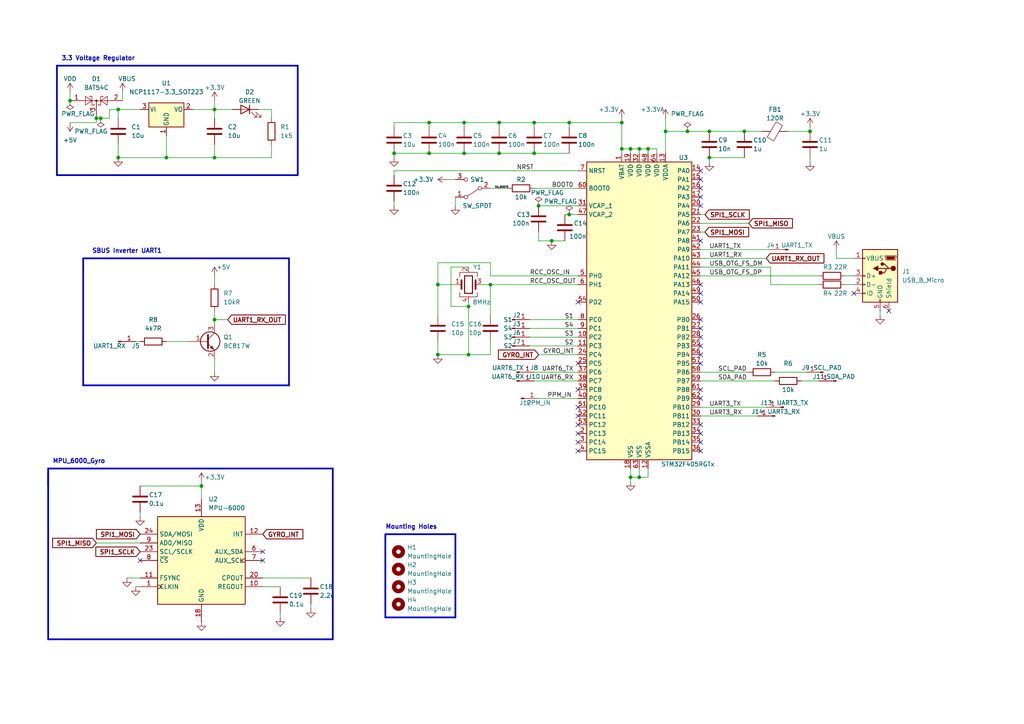
<source format=kicad_sch>
(kicad_sch (version 20211123) (generator eeschema)
  (paper "A4")
  (title_block (title "Flight Controller v1.0") (company "Andres Cruz") (comment 1 "My very first flight controller and PCB design"))
  (lib_symbols
    (symbol "Connector:Conn_01x01_Male" (pin_names (offset 1.016) hide)
      (property "Reference" "J" (at 0 2.54 0))
      (property "Value" "Conn_01x01_Male" (at 0 -2.54 0))
      (symbol "Conn_01x01_Male_1_1"
        (polyline (pts (xy 1.27 0) (xy 0.8636 0)) (stroke (width 0.1524)))
        (rectangle (start 0.8636 0.127) (end 0 -0.127) (stroke (width 0.1524)) (fill (type outline)))
        (pin passive line (at 5.08 0 180) (length 3.81) (name "Pin_1") (number "1"))
      )
    )
    (symbol "Connector:USB_B_Micro" (pin_names (offset 1.016))
      (property "Reference" "J" (at -5.08 11.43 0))
      (property "Value" "USB_B_Micro" (at -5.08 8.89 0))
      (symbol "USB_B_Micro_0_1"
        (rectangle (start -5.08 -7.62) (end 5.08 7.62) (stroke (width 0.254)) (fill (type background)))
        (circle (center -3.81 2.159) (radius 0.635) (stroke (width 0.254)) (fill (type outline)))
        (circle (center -0.635 3.429) (radius 0.381) (stroke (width 0.254)) (fill (type outline)))
        (rectangle (start -0.127 -7.62) (end 0.127 -6.858))
        (polyline (pts (xy -1.905 2.159) (xy 0.635 2.159)) (stroke (width 0.254)))
        (polyline (pts (xy -3.175 2.159) (xy -2.54 2.159) (xy -1.27 3.429) (xy -0.635 3.429)) (stroke (width 0.254)))
        (polyline (pts (xy -2.54 2.159) (xy -1.905 2.159) (xy -1.27 0.889) (xy 0 0.889)) (stroke (width 0.254)))
        (polyline (pts (xy 0.635 2.794) (xy 0.635 1.524) (xy 1.905 2.159) (xy 0.635 2.794)) (stroke (width 0.254)) (fill (type outline)))
        (polyline (pts (xy -4.318 5.588) (xy -1.778 5.588) (xy -2.032 4.826) (xy -4.064 4.826) (xy -4.318 5.588)) (fill (type outline)))
        (polyline (pts (xy -4.699 5.842) (xy -4.699 5.588) (xy -4.445 4.826) (xy -4.445 4.572) (xy -1.651 4.572) (xy -1.651 4.826) (xy -1.397 5.588) (xy -1.397 5.842) (xy -4.699 5.842)))
        (rectangle (start 0.254 1.27) (end -0.508 0.508) (stroke (width 0.254)) (fill (type outline)))
        (rectangle (start 5.08 -5.207) (end 4.318 -4.953))
        (rectangle (start 5.08 -2.667) (end 4.318 -2.413))
        (rectangle (start 5.08 -0.127) (end 4.318 0.127))
        (rectangle (start 5.08 4.953) (end 4.318 5.207))
      )
      (symbol "USB_B_Micro_1_1"
        (pin power_out line (at 7.62 5.08 180) (length 2.54) (name "VBUS") (number "1"))
        (pin bidirectional line (at 7.62 -2.54 180) (length 2.54) (name "D-") (number "2"))
        (pin bidirectional line (at 7.62 0 180) (length 2.54) (name "D+") (number "3"))
        (pin passive line (at 7.62 -5.08 180) (length 2.54) (name "ID") (number "4"))
        (pin power_out line (at 0 -10.16 90) (length 2.54) (name "GND") (number "5"))
        (pin passive line (at -2.54 -10.16 90) (length 2.54) (name "Shield") (number "6"))
      )
    )
    (symbol "Device:C" (pin_numbers hide) (pin_names (offset 0.254))
      (property "Reference" "C" (at 0.635 2.54 0))
      (property "Value" "C" (at 0.635 -2.54 0))
      (symbol "C_0_1"
        (polyline (pts (xy -2.032 -0.762) (xy 2.032 -0.762)) (stroke (width 0.508)))
        (polyline (pts (xy -2.032 0.762) (xy 2.032 0.762)) (stroke (width 0.508)))
      )
      (symbol "C_1_1"
        (pin passive line (at 0 3.81 270) (length 2.794) (name "~") (number "1"))
        (pin passive line (at 0 -3.81 90) (length 2.794) (name "~") (number "2"))
      )
    )
    (symbol "Device:Crystal_GND24" (pin_names (offset 1.016) hide)
      (property "Reference" "Y" (at 3.175 5.08 0))
      (property "Value" "Crystal_GND24" (at 3.175 3.175 0))
      (symbol "Crystal_GND24_0_1"
        (rectangle (start -1.143 2.54) (end 1.143 -2.54) (stroke (width 0.3048)))
        (polyline (pts (xy -2.54 0) (xy -2.032 0)))
        (polyline (pts (xy -2.032 -1.27) (xy -2.032 1.27)) (stroke (width 0.508)))
        (polyline (pts (xy 0 -3.81) (xy 0 -3.556)))
        (polyline (pts (xy 0 3.556) (xy 0 3.81)))
        (polyline (pts (xy 2.032 -1.27) (xy 2.032 1.27)) (stroke (width 0.508)))
        (polyline (pts (xy 2.032 0) (xy 2.54 0)))
        (polyline (pts (xy -2.54 -2.286) (xy -2.54 -3.556) (xy 2.54 -3.556) (xy 2.54 -2.286)))
        (polyline (pts (xy -2.54 2.286) (xy -2.54 3.556) (xy 2.54 3.556) (xy 2.54 2.286)))
      )
      (symbol "Crystal_GND24_1_1"
        (pin passive line (at -3.81 0 0) (length 1.27) (name "1") (number "1"))
        (pin passive line (at 0 5.08 270) (length 1.27) (name "2") (number "2"))
        (pin passive line (at 3.81 0 180) (length 1.27) (name "3") (number "3"))
        (pin passive line (at 0 -5.08 90) (length 1.27) (name "4") (number "4"))
      )
    )
    (symbol "Device:FerriteBead" (pin_numbers hide) (pin_names (offset 0))
      (property "Reference" "FB" (at -3.81 0.635 90))
      (property "Value" "FerriteBead" (at 3.81 0 90))
      (symbol "FerriteBead_0_1"
        (polyline (pts (xy 0 -1.27) (xy 0 -1.2192)))
        (polyline (pts (xy 0 1.27) (xy 0 1.2954)))
        (polyline (pts (xy -2.7686 0.4064) (xy -1.7018 2.2606) (xy 2.7686 -0.3048) (xy 1.6764 -2.159) (xy -2.7686 0.4064)))
      )
      (symbol "FerriteBead_1_1"
        (pin passive line (at 0 3.81 270) (length 2.54) (name "~") (number "1"))
        (pin passive line (at 0 -3.81 90) (length 2.54) (name "~") (number "2"))
      )
    )
    (symbol "Device:LED" (pin_numbers hide) (pin_names (offset 1.016) hide)
      (property "Reference" "D" (at 0 2.54 0))
      (property "Value" "LED" (at 0 -2.54 0))
      (symbol "LED_0_1"
        (polyline (pts (xy -1.27 -1.27) (xy -1.27 1.27)) (stroke (width 0.254)))
        (polyline (pts (xy -1.27 0) (xy 1.27 0)))
        (polyline (pts (xy 1.27 -1.27) (xy 1.27 1.27) (xy -1.27 0) (xy 1.27 -1.27)) (stroke (width 0.254)))
        (polyline (pts (xy -3.048 -0.762) (xy -4.572 -2.286) (xy -3.81 -2.286) (xy -4.572 -2.286) (xy -4.572 -1.524)))
        (polyline (pts (xy -1.778 -0.762) (xy -3.302 -2.286) (xy -2.54 -2.286) (xy -3.302 -2.286) (xy -3.302 -1.524)))
      )
      (symbol "LED_1_1"
        (pin passive line (at -3.81 0 0) (length 2.54) (name "K") (number "1"))
        (pin passive line (at 3.81 0 180) (length 2.54) (name "A") (number "2"))
      )
    )
    (symbol "Device:R" (pin_numbers hide) (pin_names (offset 0))
      (property "Reference" "R" (at 2.032 0 90))
      (property "Value" "R" (at 0 0 90))
      (symbol "R_0_1"
        (rectangle (start -1.016 -2.54) (end 1.016 2.54) (stroke (width 0.254)))
      )
      (symbol "R_1_1"
        (pin passive line (at 0 3.81 270) (length 1.27) (name "~") (number "1"))
        (pin passive line (at 0 -3.81 90) (length 1.27) (name "~") (number "2"))
      )
    )
    (symbol "Diode:BAT54C" (pin_names (offset 1.016))
      (property "Reference" "D" (at 0.635 -3.81 0))
      (property "Value" "BAT54C" (at -6.35 3.175 0))
      (symbol "BAT54C_0_1"
        (polyline (pts (xy -1.905 0) (xy 1.905 0)))
        (polyline (pts (xy -1.905 1.27) (xy -1.905 1.016)))
        (polyline (pts (xy -1.27 -1.27) (xy -0.635 -1.27)))
        (polyline (pts (xy -1.27 0) (xy -3.81 0)))
        (polyline (pts (xy -1.27 1.27) (xy -1.905 1.27)))
        (polyline (pts (xy -1.27 1.27) (xy -1.27 -1.27)))
        (polyline (pts (xy -0.635 -1.27) (xy -0.635 -1.016)))
        (polyline (pts (xy 0.635 -1.27) (xy 0.635 -1.016)))
        (polyline (pts (xy 1.27 -1.27) (xy 0.635 -1.27)))
        (polyline (pts (xy 1.27 1.27) (xy 1.27 -1.27)))
        (polyline (pts (xy 1.27 1.27) (xy 1.905 1.27)))
        (polyline (pts (xy 1.905 1.27) (xy 1.905 1.016)))
        (polyline (pts (xy 3.81 0) (xy 1.27 0)))
        (polyline (pts (xy -3.175 -1.27) (xy -3.175 1.27) (xy -1.27 0) (xy -3.175 -1.27)))
        (polyline (pts (xy 3.175 -1.27) (xy 3.175 1.27) (xy 1.27 0) (xy 3.175 -1.27)))
        (circle (center 0 0) (radius 0.254) (fill (type outline)))
      )
      (symbol "BAT54C_1_1"
        (pin passive line (at -7.62 0 0) (length 3.81) (name "~") (number "1"))
        (pin passive line (at 7.62 0 180) (length 3.81) (name "~") (number "2"))
        (pin passive line (at 0 -5.08 90) (length 5.08) (name "~") (number "3"))
      )
    )
    (symbol "MCU_ST_STM32F4:STM32F405RGTx"
      (property "Reference" "U" (at -15.24 44.45 0))
      (property "Value" "STM32F405RGTx" (at 10.16 44.45 0))
      (symbol "STM32F405RGTx_0_1"
        (rectangle (start -15.24 -43.18) (end 15.24 43.18) (stroke (width 0.254)) (fill (type background)))
      )
      (symbol "STM32F405RGTx_1_1"
        (pin power_in line (at -5.08 45.72 270) (length 2.54) (name "VBAT") (number "1"))
        (pin bidirectional line (at -17.78 -7.62 0) (length 2.54) (name "PC2") (number "10"))
        (pin bidirectional line (at -17.78 -10.16 0) (length 2.54) (name "PC3") (number "11"))
        (pin power_in line (at 2.54 -45.72 90) (length 2.54) (name "VSSA") (number "12"))
        (pin power_in line (at 7.62 45.72 270) (length 2.54) (name "VDDA") (number "13"))
        (pin bidirectional line (at 17.78 40.64 180) (length 2.54) (name "PA0") (number "14"))
        (pin bidirectional line (at 17.78 38.1 180) (length 2.54) (name "PA1") (number "15"))
        (pin bidirectional line (at 17.78 35.56 180) (length 2.54) (name "PA2") (number "16"))
        (pin bidirectional line (at 17.78 33.02 180) (length 2.54) (name "PA3") (number "17"))
        (pin power_in line (at -2.54 -45.72 90) (length 2.54) (name "VSS") (number "18"))
        (pin power_in line (at -2.54 45.72 270) (length 2.54) (name "VDD") (number "19"))
        (pin bidirectional line (at -17.78 -35.56 0) (length 2.54) (name "PC13") (number "2"))
        (pin bidirectional line (at 17.78 30.48 180) (length 2.54) (name "PA4") (number "20"))
        (pin bidirectional line (at 17.78 27.94 180) (length 2.54) (name "PA5") (number "21"))
        (pin bidirectional line (at 17.78 25.4 180) (length 2.54) (name "PA6") (number "22"))
        (pin bidirectional line (at 17.78 22.86 180) (length 2.54) (name "PA7") (number "23"))
        (pin bidirectional line (at -17.78 -12.7 0) (length 2.54) (name "PC4") (number "24"))
        (pin bidirectional line (at -17.78 -15.24 0) (length 2.54) (name "PC5") (number "25"))
        (pin bidirectional line (at 17.78 -2.54 180) (length 2.54) (name "PB0") (number "26"))
        (pin bidirectional line (at 17.78 -5.08 180) (length 2.54) (name "PB1") (number "27"))
        (pin bidirectional line (at 17.78 -7.62 180) (length 2.54) (name "PB2") (number "28"))
        (pin bidirectional line (at 17.78 -27.94 180) (length 2.54) (name "PB10") (number "29"))
        (pin bidirectional line (at -17.78 -38.1 0) (length 2.54) (name "PC14") (number "3"))
        (pin bidirectional line (at 17.78 -30.48 180) (length 2.54) (name "PB11") (number "30"))
        (pin power_in line (at -17.78 30.48 0) (length 2.54) (name "VCAP_1") (number "31"))
        (pin power_in line (at 0 45.72 270) (length 2.54) (name "VDD") (number "32"))
        (pin bidirectional line (at 17.78 -33.02 180) (length 2.54) (name "PB12") (number "33"))
        (pin bidirectional line (at 17.78 -35.56 180) (length 2.54) (name "PB13") (number "34"))
        (pin bidirectional line (at 17.78 -38.1 180) (length 2.54) (name "PB14") (number "35"))
        (pin bidirectional line (at 17.78 -40.64 180) (length 2.54) (name "PB15") (number "36"))
        (pin bidirectional line (at -17.78 -17.78 0) (length 2.54) (name "PC6") (number "37"))
        (pin bidirectional line (at -17.78 -20.32 0) (length 2.54) (name "PC7") (number "38"))
        (pin bidirectional line (at -17.78 -22.86 0) (length 2.54) (name "PC8") (number "39"))
        (pin bidirectional line (at -17.78 -40.64 0) (length 2.54) (name "PC15") (number "4"))
        (pin bidirectional line (at -17.78 -25.4 0) (length 2.54) (name "PC9") (number "40"))
        (pin bidirectional line (at 17.78 20.32 180) (length 2.54) (name "PA8") (number "41"))
        (pin bidirectional line (at 17.78 17.78 180) (length 2.54) (name "PA9") (number "42"))
        (pin bidirectional line (at 17.78 15.24 180) (length 2.54) (name "PA10") (number "43"))
        (pin bidirectional line (at 17.78 12.7 180) (length 2.54) (name "PA11") (number "44"))
        (pin bidirectional line (at 17.78 10.16 180) (length 2.54) (name "PA12") (number "45"))
        (pin bidirectional line (at 17.78 7.62 180) (length 2.54) (name "PA13") (number "46"))
        (pin power_in line (at -17.78 27.94 0) (length 2.54) (name "VCAP_2") (number "47"))
        (pin power_in line (at 2.54 45.72 270) (length 2.54) (name "VDD") (number "48"))
        (pin bidirectional line (at 17.78 5.08 180) (length 2.54) (name "PA14") (number "49"))
        (pin input line (at -17.78 10.16 0) (length 2.54) (name "PH0") (number "5"))
        (pin bidirectional line (at 17.78 2.54 180) (length 2.54) (name "PA15") (number "50"))
        (pin bidirectional line (at -17.78 -27.94 0) (length 2.54) (name "PC10") (number "51"))
        (pin bidirectional line (at -17.78 -30.48 0) (length 2.54) (name "PC11") (number "52"))
        (pin bidirectional line (at -17.78 -33.02 0) (length 2.54) (name "PC12") (number "53"))
        (pin bidirectional line (at -17.78 2.54 0) (length 2.54) (name "PD2") (number "54"))
        (pin bidirectional line (at 17.78 -10.16 180) (length 2.54) (name "PB3") (number "55"))
        (pin bidirectional line (at 17.78 -12.7 180) (length 2.54) (name "PB4") (number "56"))
        (pin bidirectional line (at 17.78 -15.24 180) (length 2.54) (name "PB5") (number "57"))
        (pin bidirectional line (at 17.78 -17.78 180) (length 2.54) (name "PB6") (number "58"))
        (pin bidirectional line (at 17.78 -20.32 180) (length 2.54) (name "PB7") (number "59"))
        (pin input line (at -17.78 7.62 0) (length 2.54) (name "PH1") (number "6"))
        (pin input line (at -17.78 35.56 0) (length 2.54) (name "BOOT0") (number "60"))
        (pin bidirectional line (at 17.78 -22.86 180) (length 2.54) (name "PB8") (number "61"))
        (pin bidirectional line (at 17.78 -25.4 180) (length 2.54) (name "PB9") (number "62"))
        (pin power_in line (at 0 -45.72 90) (length 2.54) (name "VSS") (number "63"))
        (pin power_in line (at 5.08 45.72 270) (length 2.54) (name "VDD") (number "64"))
        (pin input line (at -17.78 40.64 0) (length 2.54) (name "NRST") (number "7"))
        (pin bidirectional line (at -17.78 -2.54 0) (length 2.54) (name "PC0") (number "8"))
        (pin bidirectional line (at -17.78 -5.08 0) (length 2.54) (name "PC1") (number "9"))
      )
    )
    (symbol "Mechanical:MountingHole" (pin_names (offset 1.016))
      (property "Reference" "H" (at 0 5.08 0))
      (property "Value" "MountingHole" (at 0 3.175 0))
      (symbol "MountingHole_0_1"
        (circle (center 0 0) (radius 1.27) (stroke (width 1.27)))
      )
    )
    (symbol "Regulator_Linear:NCP1117-3.3_SOT223" (pin_names (offset 0.254))
      (property "Reference" "U" (at -3.81 3.175 0))
      (property "Value" "NCP1117-3.3_SOT223" (at 0 3.175 0))
      (symbol "NCP1117-3.3_SOT223_0_1"
        (rectangle (start -5.08 -5.08) (end 5.08 1.905) (stroke (width 0.254)) (fill (type background)))
      )
      (symbol "NCP1117-3.3_SOT223_1_1"
        (pin power_in line (at 0 -7.62 90) (length 2.54) (name "GND") (number "1"))
        (pin power_out line (at 7.62 0 180) (length 2.54) (name "VO") (number "2"))
        (pin power_in line (at -7.62 0 0) (length 2.54) (name "VI") (number "3"))
      )
    )
    (symbol "Sensor_Motion:MPU-6000"
      (property "Reference" "U" (at -11.43 13.97 0))
      (property "Value" "MPU-6000" (at 7.62 -13.97 0))
      (symbol "MPU-6000_0_1"
        (rectangle (start -12.7 12.7) (end 12.7 -12.7) (stroke (width 0.254)) (fill (type background)))
      )
      (symbol "MPU-6000_1_1"
        (pin input clock (at -17.78 -7.62 0) (length 5.08) (name "CLKIN") (number "1"))
        (pin passive line (at 17.78 -7.62 180) (length 5.08) (name "REGOUT") (number "10"))
        (pin input line (at -17.78 -5.08 0) (length 5.08) (name "FSYNC") (number "11"))
        (pin output line (at 17.78 7.62 180) (length 5.08) (name "INT") (number "12"))
        (pin power_in line (at 0 17.78 270) (length 5.08) (name "VDD") (number "13"))
        (pin power_in line (at 0 -17.78 90) (length 5.08) (name "GND") (number "18"))
        (pin passive line (at 17.78 -5.08 180) (length 5.08) (name "CPOUT") (number "20"))
        (pin input line (at -17.78 2.54 0) (length 5.08) (name "SCL/SCLK") (number "23"))
        (pin bidirectional line (at -17.78 7.62 0) (length 5.08) (name "SDA/MOSI") (number "24"))
        (pin bidirectional line (at 17.78 2.54 180) (length 5.08) (name "AUX_SDA") (number "6"))
        (pin output clock (at 17.78 0 180) (length 5.08) (name "AUX_SCL") (number "7"))
        (pin input line (at -17.78 0 0) (length 5.08) (name "~{CS}") (number "8"))
        (pin bidirectional line (at -17.78 5.08 0) (length 5.08) (name "AD0/MISO") (number "9"))
      )
    )
    (symbol "Switch:SW_SPDT" (pin_names (offset 0) hide)
      (property "Reference" "SW" (at 0 4.318 0))
      (property "Value" "SW_SPDT" (at 0 -5.08 0))
      (symbol "SW_SPDT_0_0"
        (circle (center -2.032 0) (radius 0.508))
        (circle (center 2.032 -2.54) (radius 0.508))
      )
      (symbol "SW_SPDT_0_1"
        (polyline (pts (xy -1.524 0.254) (xy 1.651 2.286)))
        (circle (center 2.032 2.54) (radius 0.508))
      )
      (symbol "SW_SPDT_1_1"
        (pin passive line (at 5.08 2.54 180) (length 2.54) (name "A") (number "1"))
        (pin passive line (at -5.08 0 0) (length 2.54) (name "B") (number "2"))
        (pin passive line (at 5.08 -2.54 180) (length 2.54) (name "C") (number "3"))
      )
    )
    (symbol "Transistor_BJT:BC817W" (pin_names (offset 0) hide)
      (property "Reference" "Q" (at 5.08 1.905 0))
      (property "Value" "BC817W" (at 5.08 0 0))
      (symbol "BC817W_0_1"
        (polyline (pts (xy 0.635 0.635) (xy 2.54 2.54)))
        (polyline (pts (xy 0.635 -0.635) (xy 2.54 -2.54) (xy 2.54 -2.54)))
        (polyline (pts (xy 0.635 1.905) (xy 0.635 -1.905) (xy 0.635 -1.905)) (stroke (width 0.508)))
        (polyline (pts (xy 1.27 -1.778) (xy 1.778 -1.27) (xy 2.286 -2.286) (xy 1.27 -1.778) (xy 1.27 -1.778)) (fill (type outline)))
        (circle (center 1.27 0) (radius 2.8194) (stroke (width 0.254)))
      )
      (symbol "BC817W_1_1"
        (pin input line (at -5.08 0 0) (length 5.715) (name "B") (number "1"))
        (pin passive line (at 2.54 -5.08 90) (length 2.54) (name "E") (number "2"))
        (pin passive line (at 2.54 5.08 270) (length 2.54) (name "C") (number "3"))
      )
    )
    (symbol "power:+3.3V" (power) (pin_names (offset 0))
      (property "Value" "+3.3V" (at 0 3.556 0))
      (symbol "+3.3V_0_1"
        (polyline (pts (xy -0.762 1.27) (xy 0 2.54)))
        (polyline (pts (xy 0 0) (xy 0 2.54)))
        (polyline (pts (xy 0 2.54) (xy 0.762 1.27)))
      )
      (symbol "+3.3V_1_1"
        (pin power_in line (at 0 0 90) (length 0) hide (name "+3.3V") (number "1"))
      )
    )
    (symbol "power:+3.3VA" (power) (pin_names (offset 0))
      (property "Value" "+3.3VA" (at 0 3.556 0))
      (symbol "+3.3VA_0_1"
        (polyline (pts (xy -0.762 1.27) (xy 0 2.54)))
        (polyline (pts (xy 0 0) (xy 0 2.54)))
        (polyline (pts (xy 0 2.54) (xy 0.762 1.27)))
      )
      (symbol "+3.3VA_1_1"
        (pin power_in line (at 0 0 90) (length 0) hide (name "+3.3VA") (number "1"))
      )
    )
    (symbol "power:+5V" (power) (pin_names (offset 0))
      (property "Value" "+5V" (at 0 3.556 0))
      (symbol "+5V_0_1"
        (polyline (pts (xy -0.762 1.27) (xy 0 2.54)))
        (polyline (pts (xy 0 0) (xy 0 2.54)))
        (polyline (pts (xy 0 2.54) (xy 0.762 1.27)))
      )
      (symbol "+5V_1_1"
        (pin power_in line (at 0 0 90) (length 0) hide (name "+5V") (number "1"))
      )
    )
    (symbol "power:GND" (power) (pin_names (offset 0))
      (property "Value" "GND" (at 0 -3.81 0))
      (symbol "GND_0_1"
        (polyline (pts (xy 0 0) (xy 0 -1.27) (xy 1.27 -1.27) (xy 0 -2.54) (xy -1.27 -1.27) (xy 0 -1.27)))
      )
      (symbol "GND_1_1"
        (pin power_in line (at 0 0 270) (length 0) hide (name "GND") (number "1"))
      )
    )
    (symbol "power:PWR_FLAG" (power) (pin_numbers hide) (pin_names (offset 0) hide)
      (property "Value" "PWR_FLAG" (at 0 3.81 0))
      (symbol "PWR_FLAG_0_0"
        (pin power_out line (at 0 0 90) (length 0) (name "pwr") (number "1"))
      )
      (symbol "PWR_FLAG_0_1"
        (polyline (pts (xy 0 0) (xy 0 1.27) (xy -1.016 1.905) (xy 0 2.54) (xy 1.016 1.905) (xy 0 1.27)))
      )
    )
    (symbol "power:VBUS" (power) (pin_names (offset 0))
      (property "Value" "VBUS" (at 0 3.81 0))
      (symbol "VBUS_0_1"
        (polyline (pts (xy -0.762 1.27) (xy 0 2.54)))
        (polyline (pts (xy 0 0) (xy 0 2.54)))
        (polyline (pts (xy 0 2.54) (xy 0.762 1.27)))
      )
      (symbol "VBUS_1_1"
        (pin power_in line (at 0 0 90) (length 0) hide (name "VBUS") (number "1"))
      )
    )
    (symbol "power:VDD" (power) (pin_names (offset 0))
      (property "Value" "VDD" (at 0 3.81 0))
      (symbol "VDD_0_1"
        (polyline (pts (xy -0.762 1.27) (xy 0 2.54)))
        (polyline (pts (xy 0 0) (xy 0 2.54)))
        (polyline (pts (xy 0 2.54) (xy 0.762 1.27)))
      )
      (symbol "VDD_1_1"
        (pin power_in line (at 0 0 90) (length 0) hide (name "VDD") (number "1"))
      )
    )
  )
  (junction (at 205.74 45.72))
  (junction (at 144.78 35.56))
  (junction (at 215.9 38.1))
  (junction (at 154.94 35.56))
  (junction (at 127 82.55))
  (junction (at 34.29 45.72))
  (junction (at 185.42 43.18))
  (junction (at 62.23 92.71))
  (junction (at 27.94 34.29))
  (junction (at 124.46 35.56))
  (junction (at 48.26 45.72))
  (junction (at 135.89 88.9))
  (junction (at 199.39 38.1))
  (junction (at 62.23 31.75))
  (junction (at 134.62 35.56))
  (junction (at 134.62 44.45))
  (junction (at 234.95 38.1))
  (junction (at 180.34 43.18))
  (junction (at 20.32 29.21))
  (junction (at 114.3 44.45))
  (junction (at 144.78 44.45))
  (junction (at 165.1 35.56))
  (junction (at 182.88 43.18))
  (junction (at 185.42 138.43))
  (junction (at 124.46 44.45))
  (junction (at 135.89 102.87))
  (junction (at 29.21 34.29))
  (junction (at 34.29 31.75))
  (junction (at 154.94 44.45))
  (junction (at 180.34 35.56))
  (junction (at 193.04 38.1))
  (junction (at 127 102.87))
  (junction (at 160.02 69.85))
  (junction (at 165.1 62.23))
  (junction (at 205.74 38.1))
  (junction (at 62.23 45.72))
  (junction (at 142.24 82.55))
  (junction (at 156.21 59.69))
  (junction (at 187.96 43.18))
  (junction (at 58.42 140.97))
  (junction (at 182.88 138.43))
  (no_connect (at 76.2 160.02))
  (no_connect (at 76.2 162.56))
  (no_connect (at 257.81 90.17))
  (no_connect (at 203.2 59.69))
  (no_connect (at 203.2 52.07))
  (no_connect (at 167.64 87.63))
  (no_connect (at 203.2 113.03))
  (no_connect (at 203.2 115.57))
  (no_connect (at 203.2 123.19))
  (no_connect (at 203.2 125.73))
  (no_connect (at 203.2 128.27))
  (no_connect (at 203.2 130.81))
  (no_connect (at 167.64 118.11))
  (no_connect (at 167.64 120.65))
  (no_connect (at 167.64 123.19))
  (no_connect (at 167.64 125.73))
  (no_connect (at 167.64 128.27))
  (no_connect (at 167.64 130.81))
  (no_connect (at 203.2 82.55))
  (no_connect (at 203.2 85.09))
  (no_connect (at 203.2 87.63))
  (no_connect (at 203.2 97.79))
  (no_connect (at 203.2 100.33))
  (no_connect (at 203.2 102.87))
  (no_connect (at 203.2 105.41))
  (no_connect (at 40.64 162.56))
  (no_connect (at 247.65 85.09))
  (no_connect (at 203.2 92.71))
  (no_connect (at 167.64 105.41))
  (no_connect (at 167.64 113.03))
  (no_connect (at 203.2 54.61))
  (no_connect (at 203.2 49.53))
  (no_connect (at 203.2 57.15))
  (no_connect (at 203.2 95.25))
  (no_connect (at 203.2 69.85))
  (wire (pts (xy 114.3 36.83) (xy 114.3 35.56)))
  (wire (pts (xy 127 76.2) (xy 142.24 76.2)))
  (wire (pts (xy 124.46 35.56) (xy 134.62 35.56)))
  (polyline (pts (xy 123.19 154.94) (xy 132.08 154.94)) (stroke (width 0.5) (type solid)))
  (wire (pts (xy 156.21 102.87) (xy 167.64 102.87)))
  (wire (pts (xy 154.94 110.49) (xy 167.64 110.49)))
  (wire (pts (xy 81.28 179.07) (xy 81.28 177.8)))
  (wire (pts (xy 31.75 31.75) (xy 34.29 31.75)))
  (wire (pts (xy 27.94 34.29) (xy 29.21 34.29)))
  (wire (pts (xy 127 82.55) (xy 127 91.44)))
  (wire (pts (xy 203.2 80.01) (xy 237.49 80.01)))
  (wire (pts (xy 134.62 44.45) (xy 144.78 44.45)))
  (wire (pts (xy 31.75 34.29) (xy 31.75 31.75)))
  (wire (pts (xy 62.23 29.21) (xy 62.23 31.75)))
  (wire (pts (xy 142.24 80.01) (xy 142.24 76.2)))
  (wire (pts (xy 114.3 45.72) (xy 114.3 44.45)))
  (wire (pts (xy 180.34 43.18) (xy 182.88 43.18)))
  (wire (pts (xy 55.88 31.75) (xy 62.23 31.75)))
  (wire (pts (xy 134.62 36.83) (xy 134.62 35.56)))
  (wire (pts (xy 34.29 45.72) (xy 34.29 41.91)))
  (wire (pts (xy 20.32 35.56) (xy 27.94 35.56)))
  (wire (pts (xy 185.42 43.18) (xy 185.42 44.45)))
  (polyline (pts (xy 83.82 111.76) (xy 83.82 74.93)) (stroke (width 0.5) (type solid)))
  (wire (pts (xy 144.78 44.45) (xy 154.94 44.45)))
  (wire (pts (xy 130.81 88.9) (xy 135.89 88.9)))
  (wire (pts (xy 187.96 43.18) (xy 190.5 43.18)))
  (polyline (pts (xy 111.76 179.07) (xy 132.08 179.07)) (stroke (width 0.5) (type solid)))
  (wire (pts (xy 182.88 43.18) (xy 182.88 44.45)))
  (wire (pts (xy 185.42 43.18) (xy 187.96 43.18)))
  (wire (pts (xy 199.39 38.1) (xy 205.74 38.1)))
  (wire (pts (xy 130.81 77.47) (xy 130.81 88.9)))
  (polyline (pts (xy 96.52 135.89) (xy 13.97 135.89)) (stroke (width 0.5) (type solid)))
  (wire (pts (xy 205.74 46.99) (xy 205.74 45.72)))
  (wire (pts (xy 160.02 69.85) (xy 163.83 69.85)))
  (wire (pts (xy 255.27 91.44) (xy 255.27 90.17)))
  (wire (pts (xy 35.56 26.67) (xy 35.56 29.21)))
  (wire (pts (xy 203.2 120.65) (xy 219.71 120.65)))
  (wire (pts (xy 185.42 138.43) (xy 187.96 138.43)))
  (polyline (pts (xy 24.13 111.76) (xy 83.82 111.76)) (stroke (width 0.5) (type solid)))
  (wire (pts (xy 135.89 77.47) (xy 130.81 77.47)))
  (polyline (pts (xy 86.36 50.8) (xy 27.94 50.8)) (stroke (width 0.5) (type solid)))
  (wire (pts (xy 48.26 39.37) (xy 48.26 45.72)))
  (wire (pts (xy 40.64 140.97) (xy 58.42 140.97)))
  (wire (pts (xy 144.78 35.56) (xy 154.94 35.56)))
  (wire (pts (xy 223.52 77.47) (xy 223.52 82.55)))
  (polyline (pts (xy 96.52 185.42) (xy 96.52 135.89)) (stroke (width 0.5) (type solid)))
  (polyline (pts (xy 123.19 154.94) (xy 111.76 154.94)) (stroke (width 0.5) (type solid)))
  (wire (pts (xy 124.46 44.45) (xy 134.62 44.45)))
  (polyline (pts (xy 62.23 74.93) (xy 24.13 74.93)) (stroke (width 0.5) (type solid)))
  (wire (pts (xy 156.21 115.57) (xy 167.64 115.57)))
  (wire (pts (xy 48.26 99.06) (xy 54.61 99.06)))
  (wire (pts (xy 242.57 72.39) (xy 242.57 74.93)))
  (wire (pts (xy 76.2 170.18) (xy 81.28 170.18)))
  (polyline (pts (xy 24.13 74.93) (xy 24.13 111.76)) (stroke (width 0.5) (type solid)))
  (wire (pts (xy 203.2 118.11) (xy 222.25 118.11)))
  (wire (pts (xy 203.2 110.49) (xy 224.79 110.49)))
  (wire (pts (xy 142.24 80.01) (xy 167.64 80.01)))
  (wire (pts (xy 187.96 43.18) (xy 187.96 44.45)))
  (polyline (pts (xy 62.23 74.93) (xy 83.82 74.93)) (stroke (width 0.5) (type solid)))
  (wire (pts (xy 62.23 92.71) (xy 66.04 92.71)))
  (wire (pts (xy 114.3 50.8) (xy 114.3 49.53)))
  (wire (pts (xy 36.83 167.64) (xy 40.64 167.64)))
  (wire (pts (xy 234.95 36.83) (xy 234.95 38.1)))
  (polyline (pts (xy 13.97 135.89) (xy 13.97 140.97)) (stroke (width 0.5) (type solid)))
  (wire (pts (xy 90.17 176.53) (xy 90.17 175.26)))
  (wire (pts (xy 156.21 69.85) (xy 160.02 69.85)))
  (wire (pts (xy 215.9 38.1) (xy 220.98 38.1)))
  (wire (pts (xy 62.23 90.17) (xy 62.23 92.71)))
  (wire (pts (xy 154.94 35.56) (xy 154.94 36.83)))
  (wire (pts (xy 167.64 97.79) (xy 153.67 97.79)))
  (wire (pts (xy 74.93 31.75) (xy 78.74 31.75)))
  (wire (pts (xy 187.96 138.43) (xy 187.96 135.89)))
  (wire (pts (xy 167.64 95.25) (xy 153.67 95.25)))
  (wire (pts (xy 124.46 36.83) (xy 124.46 35.56)))
  (wire (pts (xy 167.64 92.71) (xy 153.67 92.71)))
  (wire (pts (xy 127 102.87) (xy 135.89 102.87)))
  (wire (pts (xy 234.95 38.1) (xy 228.6 38.1)))
  (wire (pts (xy 203.2 74.93) (xy 222.25 74.93)))
  (wire (pts (xy 156.21 59.69) (xy 167.64 59.69)))
  (wire (pts (xy 234.95 45.72) (xy 234.95 46.99)))
  (wire (pts (xy 132.08 52.07) (xy 129.54 52.07)))
  (wire (pts (xy 144.78 35.56) (xy 144.78 36.83)))
  (wire (pts (xy 142.24 102.87) (xy 142.24 99.06)))
  (polyline (pts (xy 13.97 185.42) (xy 96.52 185.42)) (stroke (width 0.5) (type solid)))
  (wire (pts (xy 182.88 43.18) (xy 185.42 43.18)))
  (wire (pts (xy 190.5 43.18) (xy 190.5 44.45)))
  (wire (pts (xy 139.7 82.55) (xy 142.24 82.55)))
  (wire (pts (xy 163.83 62.23) (xy 165.1 62.23)))
  (wire (pts (xy 182.88 138.43) (xy 185.42 138.43)))
  (wire (pts (xy 203.2 72.39) (xy 223.52 72.39)))
  (wire (pts (xy 134.62 35.56) (xy 144.78 35.56)))
  (wire (pts (xy 185.42 135.89) (xy 185.42 138.43)))
  (wire (pts (xy 39.37 99.06) (xy 40.64 99.06)))
  (wire (pts (xy 182.88 135.89) (xy 182.88 138.43)))
  (wire (pts (xy 39.37 170.18) (xy 40.64 170.18)))
  (polyline (pts (xy 16.51 19.05) (xy 86.36 19.05)) (stroke (width 0.5) (type solid)))
  (wire (pts (xy 154.94 107.95) (xy 167.64 107.95)))
  (wire (pts (xy 165.1 36.83) (xy 165.1 35.56)))
  (wire (pts (xy 62.23 31.75) (xy 67.31 31.75)))
  (wire (pts (xy 114.3 44.45) (xy 124.46 44.45)))
  (wire (pts (xy 242.57 74.93) (xy 247.65 74.93)))
  (wire (pts (xy 34.29 31.75) (xy 40.64 31.75)))
  (wire (pts (xy 223.52 82.55) (xy 237.49 82.55)))
  (wire (pts (xy 40.64 149.86) (xy 40.64 148.59)))
  (wire (pts (xy 203.2 62.23) (xy 204.47 62.23)))
  (wire (pts (xy 154.94 54.61) (xy 167.64 54.61)))
  (wire (pts (xy 193.04 38.1) (xy 199.39 38.1)))
  (wire (pts (xy 40.64 157.48) (xy 27.94 157.48)))
  (wire (pts (xy 193.04 38.1) (xy 193.04 44.45)))
  (polyline (pts (xy 27.94 50.8) (xy 16.51 50.8)) (stroke (width 0.5) (type solid)))
  (wire (pts (xy 135.89 102.87) (xy 142.24 102.87)))
  (wire (pts (xy 180.34 43.18) (xy 180.34 44.45)))
  (polyline (pts (xy 132.08 179.07) (xy 132.08 154.94)) (stroke (width 0.5) (type solid)))
  (wire (pts (xy 180.34 34.29) (xy 180.34 35.56)))
  (wire (pts (xy 193.04 34.29) (xy 193.04 38.1)))
  (wire (pts (xy 237.49 110.49) (xy 232.41 110.49)))
  (wire (pts (xy 135.89 88.9) (xy 135.89 87.63)))
  (wire (pts (xy 142.24 82.55) (xy 142.24 91.44)))
  (wire (pts (xy 62.23 92.71) (xy 62.23 93.98)))
  (wire (pts (xy 165.1 62.23) (xy 167.64 62.23)))
  (wire (pts (xy 203.2 107.95) (xy 217.17 107.95)))
  (wire (pts (xy 127 99.06) (xy 127 102.87)))
  (wire (pts (xy 29.21 34.29) (xy 31.75 34.29)))
  (wire (pts (xy 203.2 77.47) (xy 223.52 77.47)))
  (wire (pts (xy 127 82.55) (xy 132.08 82.55)))
  (wire (pts (xy 114.3 35.56) (xy 124.46 35.56)))
  (wire (pts (xy 27.94 35.56) (xy 27.94 34.29)))
  (wire (pts (xy 205.74 38.1) (xy 215.9 38.1)))
  (wire (pts (xy 20.32 26.67) (xy 20.32 29.21)))
  (wire (pts (xy 245.11 80.01) (xy 247.65 80.01)))
  (wire (pts (xy 62.23 45.72) (xy 48.26 45.72)))
  (wire (pts (xy 62.23 104.14) (xy 62.23 107.95)))
  (wire (pts (xy 142.24 54.61) (xy 147.32 54.61)))
  (wire (pts (xy 62.23 41.91) (xy 62.23 45.72)))
  (wire (pts (xy 154.94 35.56) (xy 165.1 35.56)))
  (wire (pts (xy 135.89 88.9) (xy 135.89 102.87)))
  (wire (pts (xy 34.29 31.75) (xy 34.29 34.29)))
  (wire (pts (xy 78.74 41.91) (xy 78.74 45.72)))
  (wire (pts (xy 114.3 49.53) (xy 167.64 49.53)))
  (wire (pts (xy 180.34 35.56) (xy 180.34 43.18)))
  (wire (pts (xy 154.94 44.45) (xy 165.1 44.45)))
  (wire (pts (xy 203.2 67.31) (xy 204.47 67.31)))
  (wire (pts (xy 48.26 45.72) (xy 34.29 45.72)))
  (wire (pts (xy 62.23 80.01) (xy 62.23 82.55)))
  (wire (pts (xy 233.68 107.95) (xy 224.79 107.95)))
  (polyline (pts (xy 13.97 137.16) (xy 13.97 185.42)) (stroke (width 0.5) (type solid)))
  (polyline (pts (xy 111.76 154.94) (xy 111.76 179.07)) (stroke (width 0.5) (type solid)))
  (wire (pts (xy 156.21 67.31) (xy 156.21 69.85)))
  (polyline (pts (xy 86.36 19.05) (xy 86.36 50.8)) (stroke (width 0.5) (type solid)))
  (wire (pts (xy 203.2 64.77) (xy 217.17 64.77)))
  (wire (pts (xy 205.74 45.72) (xy 215.9 45.72)))
  (wire (pts (xy 78.74 31.75) (xy 78.74 34.29)))
  (wire (pts (xy 165.1 35.56) (xy 180.34 35.56)))
  (wire (pts (xy 167.64 100.33) (xy 153.67 100.33)))
  (wire (pts (xy 114.3 58.42) (xy 114.3 59.69)))
  (wire (pts (xy 142.24 82.55) (xy 167.64 82.55)))
  (polyline (pts (xy 16.51 50.8) (xy 16.51 19.05)) (stroke (width 0.5) (type solid)))
  (wire (pts (xy 245.11 82.55) (xy 247.65 82.55)))
  (wire (pts (xy 62.23 31.75) (xy 62.23 34.29)))
  (wire (pts (xy 78.74 45.72) (xy 62.23 45.72)))
  (wire (pts (xy 76.2 167.64) (xy 90.17 167.64)))
  (wire (pts (xy 132.08 57.15) (xy 132.08 59.69)))
  (wire (pts (xy 58.42 140.97) (xy 58.42 144.78)))
  (wire (pts (xy 182.88 138.43) (xy 182.88 139.7)))
  (wire (pts (xy 58.42 139.7) (xy 58.42 140.97)))
  (wire (pts (xy 127 76.2) (xy 127 82.55)))
  (text "MPU_6000_Gyro" (at 15.24 134.62 0) (effects (font (size 1.27 1.27) bold) (justify left bottom)))
  (text "3.3 Voltage Regulator" (at 17.78 17.78 0) (effects (font (size 1.27 1.27) (thickness 0.254) bold) (justify left bottom)))
  (text "SBUS Inverter UART1" (at 26.67 73.66 0) (effects (font (size 1.27 1.27) bold) (justify left bottom)))
  (text "Mounting Holes" (at 111.76 153.67 0) (effects (font (size 1.27 1.27) (thickness 0.254) bold) (justify left bottom)))
  (label "BOOT0" (at 160.02 54.61 0))
  (label "UART6_TX" (at 166.37 107.95 180))
  (label "UART1_RX" (at 205.74 74.93 0))
  (label "SDA_PAD" (at 208.28 110.49 0))
  (label "PPM_IN" (at 158.75 115.57 0))
  (label "S1" (at 166.37 92.71 180))
  (label "S3" (at 166.37 97.79 180))
  (label "RCC_OSC_OUT" (at 153.67 82.55 0))
  (label "USB_OTG_FS_DM" (at 205.74 77.47 0))
  (label "NRST" (at 149.86 49.53 0))
  (label "UART3_TX" (at 205.74 118.11 0))
  (label "S2" (at 166.37 100.33 180))
  (label "S4" (at 166.37 95.25 180))
  (label "SCL_PAD" (at 208.28 107.95 0))
  (label "SW_BOOT0" (at 143.51 54.61 0) (effects (font (size 0.5 0.5))))
  (label "UART1_TX" (at 205.74 72.39 0))
  (label "UART6_RX" (at 166.37 110.49 180))
  (label "RCC_OSC_IN" (at 153.67 80.01 0))
  (label "USB_OTG_FS_DP" (at 205.74 80.01 0))
  (label "UART3_RX" (at 205.74 120.65 0))
  (label "GYRO_INT" (at 157.48 102.87 0))
  (global_label "SPI1_MOSI" (shape input) (at 204.47 67.31 0) (effects (font bold)) (property "Intersheet References" "${INTERSHEET_REFS}" (effects hide)))
  (global_label "UART1_RX_OUT" (shape input) (at 66.04 92.71 0) (effects (font bold)) (property "Intersheet References" "${INTERSHEET_REFS}" (effects hide)))
  (global_label "UART1_RX_OUT" (shape input) (at 222.25 74.93 0) (effects (font bold)) (property "Intersheet References" "${INTERSHEET_REFS}" (effects hide)))
  (global_label "SPI1_MOSI" (shape input) (at 40.64 154.94 180) (effects (font bold)) (property "Intersheet References" "${INTERSHEET_REFS}" (effects hide)))
  (global_label "SPI1_SCLK" (shape input) (at 40.64 160.02 180) (effects (font bold)) (property "Intersheet References" "${INTERSHEET_REFS}" (effects hide)))
  (global_label "SPI1_MISO" (shape input) (at 217.17 64.77 0) (effects (font bold)) (property "Intersheet References" "${INTERSHEET_REFS}" (effects hide)))
  (global_label "SPI1_SCLK" (shape input) (at 204.47 62.23 0) (effects (font bold)) (property "Intersheet References" "${INTERSHEET_REFS}" (effects hide)))
  (global_label "GYRO_INT" (shape input) (at 76.2 154.94 0) (effects (font bold)) (property "Intersheet References" "${INTERSHEET_REFS}" (effects hide)))
  (global_label "GYRO_INT" (shape input) (at 156.21 102.87 180) (effects (font bold)) (property "Intersheet References" "${INTERSHEET_REFS}" (effects hide)))
  (global_label "SPI1_MISO" (shape input) (at 27.94 157.48 180) (effects (font bold)) (property "Intersheet References" "${INTERSHEET_REFS}" (effects hide)))
  (symbol (lib_id "Mechanical:MountingHole") (at 115.57 165.1 0) (unit 1)
    (property "Reference" "H2" (at 118.11 163.8299 0) (effects (justify left)))
    (property "Value" "MountingHole" (at 118.11 166.3699 0) (effects (justify left)))
    (property "Footprint" "MountingHole:MountingHole_2.2mm_M2" (effects hide))
  )
  (symbol (lib_id "Device:R") (at 78.74 38.1 0) (unit 1)
    (property "Reference" "R1" (at 81.28 36.8299 0) (effects (justify left)))
    (property "Value" "1k5" (at 81.28 39.3699 0) (effects (justify left)))
    (property "Footprint" "Resistor_SMD:R_0402_1005Metric" (effects hide))
  )
  (symbol (lib_id "Connector:Conn_01x01_Male") (at 149.86 107.95 0) (unit 1)
    (property "Reference" "J8" (at 154.94 106.68 0))
    (property "Value" "UART6_TX" (at 147.32 106.68 0))
    (property "Footprint" "Connector_Wire:SolderWirePad_1x01_SMD_1x2mm" (effects hide))
  )
  (symbol (lib_id "power:GND") (at 182.88 139.7 0) (unit 1)
    (property "Reference" "#PWR0101" (effects hide))
    (property "Value" "GND" (effects hide))
  )
  (symbol (lib_id "power:PWR_FLAG") (at 29.21 34.29 180) (unit 1)
    (property "Reference" "#FLG0101" (effects hide))
    (property "Value" "PWR_FLAG" (at 21.59 38.1 0) (effects (justify right)))
  )
  (symbol (lib_id "Device:C") (at 90.17 171.45 0) (unit 1)
    (property "Reference" "C18" (at 92.71 170.18 0) (effects (justify left)))
    (property "Value" "2.2n" (at 92.71 172.72 0) (effects (justify left)))
    (property "Footprint" "Capacitor_SMD:C_0402_1005Metric" (effects hide))
  )
  (symbol (lib_id "power:VDD") (at 20.32 26.67 0) (unit 1)
    (property "Reference" "#PWR0102" (effects hide))
    (property "Value" "VDD" (at 20.32 22.86 0))
  )
  (symbol (lib_id "Device:C") (at 144.78 40.64 0) (unit 1)
    (property "Reference" "C6" (at 147.32 39.37 0) (effects (justify left)))
    (property "Value" "100n" (at 147.32 41.91 0) (effects (justify left)))
    (property "Footprint" "Capacitor_SMD:C_0402_1005Metric" (effects hide))
  )
  (symbol (lib_id "power:GND") (at 114.3 45.72 0) (unit 1)
    (property "Reference" "#PWR08" (effects hide))
    (property "Value" "GND" (effects hide))
  )
  (symbol (lib_id "Transistor_BJT:BC817W") (at 59.69 99.06 0) (unit 1)
    (property "Reference" "Q1" (at 64.77 97.7899 0) (effects (justify left)))
    (property "Value" "BC817W" (at 64.77 100.3299 0) (effects (justify left)))
    (property "Footprint" "Package_TO_SOT_SMD:SOT-323_SC-70" (effects hide))
    (property "Datasheet" "https://www.onsemi.com/pub/Collateral/BC818-D.pdf" (effects hide))
  )
  (symbol (lib_id "Connector:Conn_01x01_Male") (at 151.13 115.57 0) (unit 1)
    (property "Reference" "J12" (at 152.4 116.84 0))
    (property "Value" "PPM_IN" (at 156.21 116.84 0))
    (property "Footprint" "Connector_Wire:SolderWirePad_1x01_SMD_1x2mm" (effects hide))
  )
  (symbol (lib_id "Device:R") (at 241.3 80.01 90) (unit 1)
    (property "Reference" "R3" (at 240.03 77.47 90))
    (property "Value" "22R" (at 243.84 77.47 90))
    (property "Footprint" "Resistor_SMD:R_0402_1005Metric" (effects hide))
  )
  (symbol (lib_id "Connector:Conn_01x01_Male") (at 238.76 107.95 180) (unit 1)
    (property "Reference" "J9" (at 233.68 106.68 0))
    (property "Value" "SCL_PAD" (at 240.03 106.68 0))
    (property "Footprint" "Connector_Wire:SolderWirePad_1x01_SMD_1x2mm" (effects hide))
  )
  (symbol (lib_id "power:PWR_FLAG") (at 165.1 62.23 0) (unit 1)
    (property "Reference" "#FLG0105" (effects hide))
    (property "Value" "PWR_FLAG" (at 162.56 58.42 0))
  )
  (symbol (lib_id "Device:C") (at 215.9 41.91 0) (unit 1)
    (property "Reference" "C10" (at 218.44 40.64 0) (effects (justify left)))
    (property "Value" "1u" (at 218.44 43.18 0) (effects (justify left)))
    (property "Footprint" "Capacitor_SMD:C_0402_1005Metric" (effects hide))
  )
  (symbol (lib_id "Device:C") (at 40.64 144.78 0) (unit 1)
    (property "Reference" "C17" (at 43.18 143.51 0) (effects (justify left)))
    (property "Value" "0.1u" (at 43.18 146.05 0) (effects (justify left)))
    (property "Footprint" "Capacitor_SMD:C_0402_1005Metric" (effects hide))
  )
  (symbol (lib_id "power:+3.3V") (at 58.42 139.7 0) (unit 1)
    (property "Reference" "#PWR018" (effects hide))
    (property "Value" "+3.3V" (at 62.23 138.43 0))
  )
  (symbol (lib_id "Device:C") (at 127 95.25 0) (unit 1)
    (property "Reference" "C15" (at 130.81 93.9799 0) (effects (justify left)))
    (property "Value" "10p" (at 130.81 96.5199 0) (effects (justify left)))
    (property "Footprint" "Capacitor_SMD:C_0402_1005Metric" (effects hide))
  )
  (symbol (lib_id "power:+3.3V") (at 180.34 34.29 0) (unit 1)
    (property "Reference" "#PWR05" (effects hide))
    (property "Value" "+3.3V" (at 176.53 31.75 0))
  )
  (symbol (lib_id "power:GND") (at 127 102.87 0) (unit 1)
    (property "Reference" "#PWR017" (effects hide))
    (property "Value" "GND" (effects hide))
  )
  (symbol (lib_id "Device:LED") (at 71.12 31.75 0) (mirror y) (unit 1)
    (property "Reference" "D2" (at 72.39 26.67 0))
    (property "Value" "GREEN" (at 72.39 29.21 0))
    (property "Footprint" "LED_SMD:LED_0603_1608Metric" (effects hide))
  )
  (symbol (lib_id "Device:C") (at 165.1 40.64 0) (unit 1)
    (property "Reference" "C8" (at 167.64 39.37 0) (effects (justify left)))
    (property "Value" "100n" (at 167.64 41.91 0) (effects (justify left)))
    (property "Footprint" "Capacitor_SMD:C_0402_1005Metric" (effects hide))
  )
  (symbol (lib_id "Device:C") (at 62.23 38.1 0) (unit 1)
    (property "Reference" "C2" (at 66.04 36.8299 0) (effects (justify left)))
    (property "Value" "10u" (at 66.04 39.3699 0) (effects (justify left)))
    (property "Footprint" "Capacitor_SMD:C_0805_2012Metric" (effects hide))
  )
  (symbol (lib_id "Connector:Conn_01x01_Male") (at 148.59 95.25 0) (unit 1)
    (property "Reference" "J3" (at 149.86 93.98 0))
    (property "Value" "S4" (at 147.32 95.25 0))
    (property "Footprint" "Connector_Wire:SolderWirePad_1x01_SMD_1x2mm" (effects hide))
  )
  (symbol (lib_id "power:VBUS") (at 35.56 26.67 0) (unit 1)
    (property "Reference" "#PWR02" (effects hide))
    (property "Value" "VBUS" (at 36.83 22.86 0))
  )
  (symbol (lib_id "Diode:BAT54C") (at 27.94 29.21 0) (unit 1)
    (property "Reference" "D1" (at 27.94 22.86 0))
    (property "Value" "BAT54C" (at 27.94 25.4 0))
    (property "Footprint" "Package_TO_SOT_SMD:SOT-23" (effects hide))
    (property "Datasheet" "http://www.diodes.com/_files/datasheets/ds11005.pdf" (effects hide))
  )
  (symbol (lib_id "power:GND") (at 39.37 170.18 0) (unit 1)
    (property "Reference" "#PWR021" (effects hide))
    (property "Value" "GND" (effects hide))
  )
  (symbol (lib_id "power:GND") (at 34.29 45.72 0) (unit 1)
    (property "Reference" "#PWR04" (effects hide))
    (property "Value" "GND" (effects hide))
  )
  (symbol (lib_id "power:GND") (at 114.3 59.69 0) (unit 1)
    (property "Reference" "#PWR012" (effects hide))
    (property "Value" "GND" (effects hide))
  )
  (symbol (lib_id "power:GND") (at 62.23 107.95 0) (unit 1)
    (property "Reference" "#PWR026" (effects hide))
    (property "Value" "GND" (effects hide))
  )
  (symbol (lib_id "power:+3.3V") (at 234.95 36.83 0) (unit 1)
    (property "Reference" "#PWR07" (effects hide))
    (property "Value" "+3.3V" (at 234.95 33.02 0))
  )
  (symbol (lib_id "power:VBUS") (at 242.57 72.39 0) (unit 1)
    (property "Reference" "#PWR015" (effects hide))
    (property "Value" "VBUS" (at 242.57 68.58 0))
  )
  (symbol (lib_id "power:GND") (at 81.28 179.07 0) (unit 1)
    (property "Reference" "#PWR023" (effects hide))
    (property "Value" "GND" (effects hide))
  )
  (symbol (lib_id "Connector:Conn_01x01_Male") (at 227.33 118.11 180) (unit 1)
    (property "Reference" "J13" (at 222.25 116.84 0))
    (property "Value" "UART3_TX" (at 229.87 116.84 0))
    (property "Footprint" "Connector_Wire:SolderWirePad_1x01_SMD_1x2mm" (effects hide))
  )
  (symbol (lib_id "power:GND") (at 40.64 149.86 0) (unit 1)
    (property "Reference" "#PWR019" (effects hide))
    (property "Value" "GND" (effects hide))
  )
  (symbol (lib_id "Mechanical:MountingHole") (at 115.57 175.26 0) (unit 1)
    (property "Reference" "H4" (at 118.11 173.9899 0) (effects (justify left)))
    (property "Value" "MountingHole" (at 118.11 176.5299 0) (effects (justify left)))
    (property "Footprint" "MountingHole:MountingHole_2.2mm_M2" (effects hide))
  )
  (symbol (lib_id "power:+5V") (at 62.23 80.01 0) (unit 1)
    (property "Reference" "#PWR025" (effects hide))
    (property "Value" "+5V" (at 64.77 77.47 0))
  )
  (symbol (lib_id "Mechanical:MountingHole") (at 115.57 170.18 0) (unit 1)
    (property "Reference" "H3" (at 118.11 168.9099 0) (effects (justify left)))
    (property "Value" "MountingHole" (at 118.11 171.4499 0) (effects (justify left)))
    (property "Footprint" "MountingHole:MountingHole_2.2mm_M2" (effects hide))
  )
  (symbol (lib_id "power:GND") (at 58.42 180.34 0) (unit 1)
    (property "Reference" "#PWR024" (effects hide))
    (property "Value" "GND" (effects hide))
  )
  (symbol (lib_id "Mechanical:MountingHole") (at 115.57 160.02 0) (unit 1)
    (property "Reference" "H1" (at 118.11 158.7499 0) (effects (justify left)))
    (property "Value" "MountingHole" (at 118.11 161.2899 0) (effects (justify left)))
    (property "Footprint" "MountingHole:MountingHole_2.2mm_M2" (effects hide))
  )
  (symbol (lib_id "Device:R") (at 220.98 107.95 90) (unit 1)
    (property "Reference" "R5" (at 220.98 102.87 90))
    (property "Value" "10k" (at 220.98 105.41 90))
    (property "Footprint" "Resistor_SMD:R_0402_1005Metric" (effects hide))
  )
  (symbol (lib_id "MCU_ST_STM32F4:STM32F405RGTx") (at 185.42 90.17 0) (unit 1)
    (property "Reference" "U3" (at 196.85 45.72 0) (effects (justify left)))
    (property "Value" "STM32F405RGTx" (at 191.77 134.62 0) (effects (justify left)))
    (property "Footprint" "Package_QFP:LQFP-64_10x10mm_P0.5mm" (effects hide))
    (property "Datasheet" "http://www.st.com/st-web-ui/static/active/en/resource/technical/document/datasheet/DM00037051.pdf" (effects hide))
  )
  (symbol (lib_id "power:+3.3VA") (at 193.04 34.29 0) (unit 1)
    (property "Reference" "#PWR06" (effects hide))
    (property "Value" "+3.3VA" (at 189.23 31.75 0))
  )
  (symbol (lib_id "power:GND") (at 205.74 46.99 0) (unit 1)
    (property "Reference" "#PWR09" (effects hide))
    (property "Value" "GND" (effects hide))
  )
  (symbol (lib_id "Connector:Conn_01x01_Male") (at 34.29 99.06 0) (unit 1)
    (property "Reference" "J5" (at 39.37 100.33 0))
    (property "Value" "UART1_RX" (at 31.75 100.33 0))
    (property "Footprint" "Connector_Wire:SolderWirePad_1x01_SMD_1x2mm" (effects hide))
  )
  (symbol (lib_id "Connector:Conn_01x01_Male") (at 149.86 110.49 0) (unit 1)
    (property "Reference" "J10" (at 154.94 109.22 0))
    (property "Value" "UART6_RX" (at 147.32 109.22 0))
    (property "Footprint" "Connector_Wire:SolderWirePad_1x01_SMD_1x2mm" (effects hide))
  )
  (symbol (lib_id "Connector:Conn_01x01_Male") (at 148.59 97.79 0) (unit 1)
    (property "Reference" "J6" (at 149.86 96.52 0))
    (property "Value" "S3" (at 147.32 97.79 0))
    (property "Footprint" "Connector_Wire:SolderWirePad_1x01_SMD_1x2mm" (effects hide))
  )
  (symbol (lib_id "Device:C") (at 156.21 63.5 0) (unit 1)
    (property "Reference" "C13" (at 149.86 62.23 0) (effects (justify left)))
    (property "Value" "100n" (at 148.59 64.77 0) (effects (justify left)))
    (property "Footprint" "Capacitor_SMD:C_0402_1005Metric" (effects hide))
  )
  (symbol (lib_id "Connector:Conn_01x01_Male") (at 224.79 120.65 180) (unit 1)
    (property "Reference" "J14" (at 219.71 119.38 0))
    (property "Value" "UART3_RX" (at 227.33 119.38 0))
    (property "Footprint" "Connector_Wire:SolderWirePad_1x01_SMD_1x2mm" (effects hide))
  )
  (symbol (lib_id "power:+5V") (at 20.32 35.56 180) (unit 1)
    (property "Reference" "#PWR?" (effects hide))
    (property "Value" "+5V" (at 20.32 40.64 0))
  )
  (symbol (lib_id "power:GND") (at 160.02 69.85 0) (unit 1)
    (property "Reference" "#PWR014" (effects hide))
    (property "Value" "GND" (effects hide))
  )
  (symbol (lib_id "Device:C") (at 163.83 66.04 0) (unit 1)
    (property "Reference" "C14" (at 166.37 64.77 0) (effects (justify left)))
    (property "Value" "100n" (at 165.1 68.58 0) (effects (justify left)))
    (property "Footprint" "Capacitor_SMD:C_0402_1005Metric" (effects hide))
  )
  (symbol (lib_id "Device:R") (at 44.45 99.06 90) (unit 1)
    (property "Reference" "R8" (at 44.45 92.71 90))
    (property "Value" "4k7R" (at 44.45 95.25 90))
    (property "Footprint" "Resistor_SMD:R_0402_1005Metric" (effects hide))
  )
  (symbol (lib_id "power:PWR_FLAG") (at 199.39 38.1 0) (unit 1)
    (property "Reference" "#FLG0103" (effects hide))
    (property "Value" "PWR_FLAG" (at 199.39 33.02 0))
  )
  (symbol (lib_id "Device:R") (at 241.3 82.55 90) (unit 1)
    (property "Reference" "R4" (at 240.03 85.09 90))
    (property "Value" "22R" (at 243.84 85.09 90))
    (property "Footprint" "Resistor_SMD:R_0402_1005Metric" (effects hide))
  )
  (symbol (lib_id "power:GND") (at 255.27 91.44 0) (unit 1)
    (property "Reference" "#PWR016" (effects hide))
    (property "Value" "GND" (effects hide))
  )
  (symbol (lib_id "Device:C") (at 124.46 40.64 0) (unit 1)
    (property "Reference" "C4" (at 127 39.37 0) (effects (justify left)))
    (property "Value" "100n" (at 127 41.91 0) (effects (justify left)))
    (property "Footprint" "Capacitor_SMD:C_0402_1005Metric" (effects hide))
  )
  (symbol (lib_id "power:+3.3V") (at 62.23 29.21 0) (unit 1)
    (property "Reference" "#PWR03" (effects hide))
    (property "Value" "+3.3V" (at 62.23 25.4 0))
  )
  (symbol (lib_id "Device:C") (at 34.29 38.1 0) (unit 1)
    (property "Reference" "C1" (at 38.1 36.8299 0) (effects (justify left)))
    (property "Value" "10u" (at 38.1 39.3699 0) (effects (justify left)))
    (property "Footprint" "Capacitor_SMD:C_0805_2012Metric" (effects hide))
  )
  (symbol (lib_id "Device:C") (at 154.94 40.64 0) (unit 1)
    (property "Reference" "C7" (at 157.48 39.37 0) (effects (justify left)))
    (property "Value" "100n" (at 157.48 41.91 0) (effects (justify left)))
    (property "Footprint" "Capacitor_SMD:C_0402_1005Metric" (effects hide))
  )
  (symbol (lib_id "Connector:Conn_01x01_Male") (at 148.59 92.71 0) (unit 1)
    (property "Reference" "J2" (at 149.86 91.44 0))
    (property "Value" "S1" (at 147.32 92.71 0))
    (property "Footprint" "Connector_Wire:SolderWirePad_1x01_SMD_1x2mm" (effects hide))
  )
  (symbol (lib_id "Connector:Conn_01x01_Male") (at 242.57 110.49 180) (unit 1)
    (property "Reference" "J11" (at 237.49 109.22 0))
    (property "Value" "SDA_PAD" (at 243.84 109.22 0))
    (property "Footprint" "Connector_Wire:SolderWirePad_1x01_SMD_1x2mm" (effects hide))
  )
  (symbol (lib_id "Device:C") (at 114.3 40.64 0) (unit 1)
    (property "Reference" "C3" (at 116.84 39.37 0) (effects (justify left)))
    (property "Value" "10u" (at 116.84 41.91 0) (effects (justify left)))
    (property "Footprint" "Capacitor_SMD:C_0805_2012Metric" (effects hide))
  )
  (symbol (lib_id "Connector:Conn_01x01_Male") (at 148.59 100.33 0) (unit 1)
    (property "Reference" "J7" (at 149.86 99.06 0))
    (property "Value" "S2" (at 147.32 100.33 0))
    (property "Footprint" "Connector_Wire:SolderWirePad_1x01_SMD_1x2mm" (effects hide))
  )
  (symbol (lib_id "Device:C") (at 134.62 40.64 0) (unit 1)
    (property "Reference" "C5" (at 137.16 39.37 0) (effects (justify left)))
    (property "Value" "100n" (at 137.16 41.91 0) (effects (justify left)))
    (property "Footprint" "Capacitor_SMD:C_0402_1005Metric" (effects hide))
  )
  (symbol (lib_id "Connector:USB_B_Micro") (at 255.27 80.01 0) (mirror y) (unit 1)
    (property "Reference" "J1" (at 261.62 78.7399 0) (effects (justify right)))
    (property "Value" "USB_B_Micro" (at 261.62 81.2799 0) (effects (justify right)))
    (property "Footprint" "Connector_USB:USB_Micro-B_Wuerth_629105150521" (effects hide))
  )
  (symbol (lib_id "power:GND") (at 36.83 167.64 0) (unit 1)
    (property "Reference" "#PWR020" (effects hide))
    (property "Value" "GND" (effects hide))
  )
  (symbol (lib_id "Sensor_Motion:MPU-6000") (at 58.42 162.56 0) (unit 1)
    (property "Reference" "U2" (at 60.4394 144.78 0) (effects (justify left)))
    (property "Value" "MPU-6000" (at 60.4394 147.32 0) (effects (justify left)))
    (property "Footprint" "Sensor_Motion:InvenSense_QFN-24_4x4mm_P0.5mm" (effects hide))
    (property "Datasheet" "https://store.invensense.com/datasheets/invensense/MPU-6050_DataSheet_V3%204.pdf" (effects hide))
  )
  (symbol (lib_id "Device:C") (at 234.95 41.91 0) (unit 1)
    (property "Reference" "C11" (at 237.49 40.64 0) (effects (justify left)))
    (property "Value" "1u" (at 237.49 43.18 0) (effects (justify left)))
    (property "Footprint" "Capacitor_SMD:C_0402_1005Metric" (effects hide))
  )
  (symbol (lib_id "Device:R") (at 62.23 86.36 180) (unit 1)
    (property "Reference" "R7" (at 64.77 85.0899 0) (effects (justify right)))
    (property "Value" "10kR" (at 64.77 87.6299 0) (effects (justify right)))
    (property "Footprint" "Resistor_SMD:R_0402_1005Metric" (effects hide))
  )
  (symbol (lib_id "Device:C") (at 81.28 173.99 0) (unit 1)
    (property "Reference" "C19" (at 83.82 172.72 0) (effects (justify left)))
    (property "Value" "0.1u" (at 83.82 175.26 0) (effects (justify left)))
    (property "Footprint" "Capacitor_SMD:C_0402_1005Metric" (effects hide))
  )
  (symbol (lib_id "Device:Crystal_GND24") (at 135.89 82.55 0) (unit 1)
    (property "Reference" "Y1" (at 138.43 77.47 0))
    (property "Value" "8MHz" (at 139.7 87.63 0))
    (property "Footprint" "Crystal:Crystal_SMD_3225-4Pin_3.2x2.5mm" (effects hide))
  )
  (symbol (lib_id "power:GND") (at 234.95 46.99 0) (unit 1)
    (property "Reference" "#PWR010" (effects hide))
    (property "Value" "GND" (effects hide))
  )
  (symbol (lib_id "Device:C") (at 142.24 95.25 0) (unit 1)
    (property "Reference" "C16" (at 135.89 93.98 0) (effects (justify left)))
    (property "Value" "10p" (at 135.89 96.52 0) (effects (justify left)))
    (property "Footprint" "Capacitor_SMD:C_0402_1005Metric" (effects hide))
  )
  (symbol (lib_id "Device:R") (at 151.13 54.61 90) (unit 1)
    (property "Reference" "R2" (at 151.13 52.07 90))
    (property "Value" "10k" (at 151.13 57.15 90))
    (property "Footprint" "Resistor_SMD:R_0402_1005Metric" (effects hide))
  )
  (symbol (lib_id "power:PWR_FLAG") (at 20.32 29.21 180) (unit 1)
    (property "Reference" "#FLG0102" (effects hide))
    (property "Value" "PWR_FLAG" (at 17.78 33.02 0) (effects (justify right)))
  )
  (symbol (lib_id "Regulator_Linear:NCP1117-3.3_SOT223") (at 48.26 31.75 0) (unit 1)
    (property "Reference" "U1" (at 48.26 24.13 0))
    (property "Value" "NCP1117-3.3_SOT223" (at 48.26 26.67 0))
    (property "Footprint" "Package_TO_SOT_SMD:SOT-223-3_TabPin2" (effects hide))
    (property "Datasheet" "http://www.onsemi.com/pub_link/Collateral/NCP1117-D.PDF" (effects hide))
  )
  (symbol (lib_id "power:GND") (at 132.08 59.69 0) (unit 1)
    (property "Reference" "#PWR013" (effects hide))
    (property "Value" "GND" (effects hide))
  )
  (symbol (lib_id "power:PWR_FLAG") (at 156.21 59.69 0) (unit 1)
    (property "Reference" "#FLG0104" (effects hide))
    (property "Value" "PWR_FLAG" (at 158.75 55.88 0))
  )
  (symbol (lib_id "Device:R") (at 228.6 110.49 90) (unit 1)
    (property "Reference" "R6" (at 228.6 105.41 90))
    (property "Value" "10k" (at 228.6 113.03 90))
    (property "Footprint" "Resistor_SMD:R_0402_1005Metric" (effects hide))
  )
  (symbol (lib_id "Device:C") (at 205.74 41.91 0) (unit 1)
    (property "Reference" "C9" (at 208.28 40.64 0) (effects (justify left)))
    (property "Value" "10n" (at 208.28 43.18 0) (effects (justify left)))
    (property "Footprint" "Capacitor_SMD:C_0402_1005Metric" (effects hide))
  )
  (symbol (lib_id "Device:C") (at 114.3 54.61 0) (unit 1)
    (property "Reference" "C12" (at 116.84 53.34 0) (effects (justify left)))
    (property "Value" "100n" (at 116.84 55.88 0) (effects (justify left)))
    (property "Footprint" "Capacitor_SMD:C_0402_1005Metric" (effects hide))
  )
  (symbol (lib_id "Connector:Conn_01x01_Male") (at 228.6 72.39 180) (unit 1)
    (property "Reference" "J4" (at 223.52 71.12 0))
    (property "Value" "UART1_TX" (at 231.14 71.12 0))
    (property "Footprint" "Connector_Wire:SolderWirePad_1x01_SMD_1x2mm" (effects hide))
  )
  (symbol (lib_id "Switch:SW_SPDT") (at 137.16 54.61 180) (unit 1)
    (property "Reference" "SW1" (at 138.43 52.07 0))
    (property "Value" "SW_SPDT" (at 138.43 59.69 0))
    (property "Footprint" "Button_Switch_SMD:SW_DIP_SPSTx01_Slide_Copal_CVS-01xB_W5.9mm_P1mm" (effects hide))
  )
  (symbol (lib_id "power:+3.3V") (at 129.54 52.07 90) (unit 1)
    (property "Reference" "#PWR011" (effects hide))
    (property "Value" "+3.3V" (at 125.73 52.0699 90) (effects (justify left)))
  )
  (symbol (lib_id "Device:FerriteBead") (at 224.79 38.1 90) (unit 1)
    (property "Reference" "FB1" (at 224.79 31.75 90))
    (property "Value" "120R" (at 224.79 34.29 90))
    (property "Footprint" "Inductor_SMD:L_0603_1608Metric" (effects hide))
  )
  (symbol (lib_id "power:GND") (at 90.17 176.53 0) (unit 1)
    (property "Reference" "#PWR022" (effects hide))
    (property "Value" "GND" (effects hide))
  )
)
</source>
